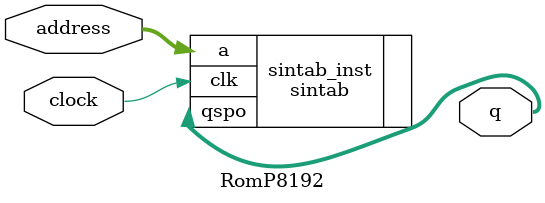
<source format=v>
`timescale 1 ps / 1 ps
module RomP8192 (
    address,
    clock,
    q
);

  input [10:0] address;
  input clock;
  output [11:0] q;

  sintab sintab_inst (
      .clk(clock),
      .a(address),
      .qspo(q)
  );
endmodule

</source>
